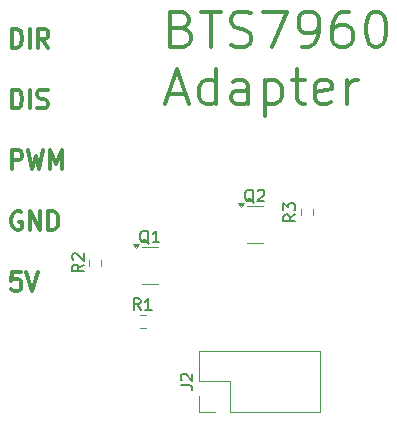
<source format=gbr>
%TF.GenerationSoftware,KiCad,Pcbnew,8.0.8*%
%TF.CreationDate,2025-02-23T10:11:50-08:00*%
%TF.ProjectId,bts7960 adapter,62747337-3936-4302-9061-646170746572,rev?*%
%TF.SameCoordinates,Original*%
%TF.FileFunction,Legend,Top*%
%TF.FilePolarity,Positive*%
%FSLAX46Y46*%
G04 Gerber Fmt 4.6, Leading zero omitted, Abs format (unit mm)*
G04 Created by KiCad (PCBNEW 8.0.8) date 2025-02-23 10:11:50*
%MOMM*%
%LPD*%
G01*
G04 APERTURE LIST*
%ADD10C,0.300000*%
%ADD11C,0.150000*%
%ADD12C,0.120000*%
G04 APERTURE END LIST*
D10*
X23628653Y-10106996D02*
X24057225Y-10249853D01*
X24057225Y-10249853D02*
X24200082Y-10392710D01*
X24200082Y-10392710D02*
X24342939Y-10678425D01*
X24342939Y-10678425D02*
X24342939Y-11106996D01*
X24342939Y-11106996D02*
X24200082Y-11392710D01*
X24200082Y-11392710D02*
X24057225Y-11535568D01*
X24057225Y-11535568D02*
X23771510Y-11678425D01*
X23771510Y-11678425D02*
X22628653Y-11678425D01*
X22628653Y-11678425D02*
X22628653Y-8678425D01*
X22628653Y-8678425D02*
X23628653Y-8678425D01*
X23628653Y-8678425D02*
X23914368Y-8821282D01*
X23914368Y-8821282D02*
X24057225Y-8964139D01*
X24057225Y-8964139D02*
X24200082Y-9249853D01*
X24200082Y-9249853D02*
X24200082Y-9535568D01*
X24200082Y-9535568D02*
X24057225Y-9821282D01*
X24057225Y-9821282D02*
X23914368Y-9964139D01*
X23914368Y-9964139D02*
X23628653Y-10106996D01*
X23628653Y-10106996D02*
X22628653Y-10106996D01*
X25200082Y-8678425D02*
X26914368Y-8678425D01*
X26057225Y-11678425D02*
X26057225Y-8678425D01*
X27771510Y-11535568D02*
X28200082Y-11678425D01*
X28200082Y-11678425D02*
X28914367Y-11678425D01*
X28914367Y-11678425D02*
X29200082Y-11535568D01*
X29200082Y-11535568D02*
X29342939Y-11392710D01*
X29342939Y-11392710D02*
X29485796Y-11106996D01*
X29485796Y-11106996D02*
X29485796Y-10821282D01*
X29485796Y-10821282D02*
X29342939Y-10535568D01*
X29342939Y-10535568D02*
X29200082Y-10392710D01*
X29200082Y-10392710D02*
X28914367Y-10249853D01*
X28914367Y-10249853D02*
X28342939Y-10106996D01*
X28342939Y-10106996D02*
X28057224Y-9964139D01*
X28057224Y-9964139D02*
X27914367Y-9821282D01*
X27914367Y-9821282D02*
X27771510Y-9535568D01*
X27771510Y-9535568D02*
X27771510Y-9249853D01*
X27771510Y-9249853D02*
X27914367Y-8964139D01*
X27914367Y-8964139D02*
X28057224Y-8821282D01*
X28057224Y-8821282D02*
X28342939Y-8678425D01*
X28342939Y-8678425D02*
X29057224Y-8678425D01*
X29057224Y-8678425D02*
X29485796Y-8821282D01*
X30485796Y-8678425D02*
X32485796Y-8678425D01*
X32485796Y-8678425D02*
X31200082Y-11678425D01*
X33771510Y-11678425D02*
X34342939Y-11678425D01*
X34342939Y-11678425D02*
X34628653Y-11535568D01*
X34628653Y-11535568D02*
X34771510Y-11392710D01*
X34771510Y-11392710D02*
X35057225Y-10964139D01*
X35057225Y-10964139D02*
X35200082Y-10392710D01*
X35200082Y-10392710D02*
X35200082Y-9249853D01*
X35200082Y-9249853D02*
X35057225Y-8964139D01*
X35057225Y-8964139D02*
X34914368Y-8821282D01*
X34914368Y-8821282D02*
X34628653Y-8678425D01*
X34628653Y-8678425D02*
X34057225Y-8678425D01*
X34057225Y-8678425D02*
X33771510Y-8821282D01*
X33771510Y-8821282D02*
X33628653Y-8964139D01*
X33628653Y-8964139D02*
X33485796Y-9249853D01*
X33485796Y-9249853D02*
X33485796Y-9964139D01*
X33485796Y-9964139D02*
X33628653Y-10249853D01*
X33628653Y-10249853D02*
X33771510Y-10392710D01*
X33771510Y-10392710D02*
X34057225Y-10535568D01*
X34057225Y-10535568D02*
X34628653Y-10535568D01*
X34628653Y-10535568D02*
X34914368Y-10392710D01*
X34914368Y-10392710D02*
X35057225Y-10249853D01*
X35057225Y-10249853D02*
X35200082Y-9964139D01*
X37771511Y-8678425D02*
X37200082Y-8678425D01*
X37200082Y-8678425D02*
X36914368Y-8821282D01*
X36914368Y-8821282D02*
X36771511Y-8964139D01*
X36771511Y-8964139D02*
X36485796Y-9392710D01*
X36485796Y-9392710D02*
X36342939Y-9964139D01*
X36342939Y-9964139D02*
X36342939Y-11106996D01*
X36342939Y-11106996D02*
X36485796Y-11392710D01*
X36485796Y-11392710D02*
X36628653Y-11535568D01*
X36628653Y-11535568D02*
X36914368Y-11678425D01*
X36914368Y-11678425D02*
X37485796Y-11678425D01*
X37485796Y-11678425D02*
X37771511Y-11535568D01*
X37771511Y-11535568D02*
X37914368Y-11392710D01*
X37914368Y-11392710D02*
X38057225Y-11106996D01*
X38057225Y-11106996D02*
X38057225Y-10392710D01*
X38057225Y-10392710D02*
X37914368Y-10106996D01*
X37914368Y-10106996D02*
X37771511Y-9964139D01*
X37771511Y-9964139D02*
X37485796Y-9821282D01*
X37485796Y-9821282D02*
X36914368Y-9821282D01*
X36914368Y-9821282D02*
X36628653Y-9964139D01*
X36628653Y-9964139D02*
X36485796Y-10106996D01*
X36485796Y-10106996D02*
X36342939Y-10392710D01*
X39914368Y-8678425D02*
X40200082Y-8678425D01*
X40200082Y-8678425D02*
X40485796Y-8821282D01*
X40485796Y-8821282D02*
X40628654Y-8964139D01*
X40628654Y-8964139D02*
X40771511Y-9249853D01*
X40771511Y-9249853D02*
X40914368Y-9821282D01*
X40914368Y-9821282D02*
X40914368Y-10535568D01*
X40914368Y-10535568D02*
X40771511Y-11106996D01*
X40771511Y-11106996D02*
X40628654Y-11392710D01*
X40628654Y-11392710D02*
X40485796Y-11535568D01*
X40485796Y-11535568D02*
X40200082Y-11678425D01*
X40200082Y-11678425D02*
X39914368Y-11678425D01*
X39914368Y-11678425D02*
X39628654Y-11535568D01*
X39628654Y-11535568D02*
X39485796Y-11392710D01*
X39485796Y-11392710D02*
X39342939Y-11106996D01*
X39342939Y-11106996D02*
X39200082Y-10535568D01*
X39200082Y-10535568D02*
X39200082Y-9821282D01*
X39200082Y-9821282D02*
X39342939Y-9249853D01*
X39342939Y-9249853D02*
X39485796Y-8964139D01*
X39485796Y-8964139D02*
X39628654Y-8821282D01*
X39628654Y-8821282D02*
X39914368Y-8678425D01*
X22485796Y-15651114D02*
X23914368Y-15651114D01*
X22200082Y-16508257D02*
X23200082Y-13508257D01*
X23200082Y-13508257D02*
X24200082Y-16508257D01*
X26485797Y-16508257D02*
X26485797Y-13508257D01*
X26485797Y-16365400D02*
X26200082Y-16508257D01*
X26200082Y-16508257D02*
X25628654Y-16508257D01*
X25628654Y-16508257D02*
X25342939Y-16365400D01*
X25342939Y-16365400D02*
X25200082Y-16222542D01*
X25200082Y-16222542D02*
X25057225Y-15936828D01*
X25057225Y-15936828D02*
X25057225Y-15079685D01*
X25057225Y-15079685D02*
X25200082Y-14793971D01*
X25200082Y-14793971D02*
X25342939Y-14651114D01*
X25342939Y-14651114D02*
X25628654Y-14508257D01*
X25628654Y-14508257D02*
X26200082Y-14508257D01*
X26200082Y-14508257D02*
X26485797Y-14651114D01*
X29200083Y-16508257D02*
X29200083Y-14936828D01*
X29200083Y-14936828D02*
X29057225Y-14651114D01*
X29057225Y-14651114D02*
X28771511Y-14508257D01*
X28771511Y-14508257D02*
X28200083Y-14508257D01*
X28200083Y-14508257D02*
X27914368Y-14651114D01*
X29200083Y-16365400D02*
X28914368Y-16508257D01*
X28914368Y-16508257D02*
X28200083Y-16508257D01*
X28200083Y-16508257D02*
X27914368Y-16365400D01*
X27914368Y-16365400D02*
X27771511Y-16079685D01*
X27771511Y-16079685D02*
X27771511Y-15793971D01*
X27771511Y-15793971D02*
X27914368Y-15508257D01*
X27914368Y-15508257D02*
X28200083Y-15365400D01*
X28200083Y-15365400D02*
X28914368Y-15365400D01*
X28914368Y-15365400D02*
X29200083Y-15222542D01*
X30628654Y-14508257D02*
X30628654Y-17508257D01*
X30628654Y-14651114D02*
X30914369Y-14508257D01*
X30914369Y-14508257D02*
X31485797Y-14508257D01*
X31485797Y-14508257D02*
X31771511Y-14651114D01*
X31771511Y-14651114D02*
X31914369Y-14793971D01*
X31914369Y-14793971D02*
X32057226Y-15079685D01*
X32057226Y-15079685D02*
X32057226Y-15936828D01*
X32057226Y-15936828D02*
X31914369Y-16222542D01*
X31914369Y-16222542D02*
X31771511Y-16365400D01*
X31771511Y-16365400D02*
X31485797Y-16508257D01*
X31485797Y-16508257D02*
X30914369Y-16508257D01*
X30914369Y-16508257D02*
X30628654Y-16365400D01*
X32914369Y-14508257D02*
X34057226Y-14508257D01*
X33342940Y-13508257D02*
X33342940Y-16079685D01*
X33342940Y-16079685D02*
X33485797Y-16365400D01*
X33485797Y-16365400D02*
X33771512Y-16508257D01*
X33771512Y-16508257D02*
X34057226Y-16508257D01*
X36200083Y-16365400D02*
X35914369Y-16508257D01*
X35914369Y-16508257D02*
X35342941Y-16508257D01*
X35342941Y-16508257D02*
X35057226Y-16365400D01*
X35057226Y-16365400D02*
X34914369Y-16079685D01*
X34914369Y-16079685D02*
X34914369Y-14936828D01*
X34914369Y-14936828D02*
X35057226Y-14651114D01*
X35057226Y-14651114D02*
X35342941Y-14508257D01*
X35342941Y-14508257D02*
X35914369Y-14508257D01*
X35914369Y-14508257D02*
X36200083Y-14651114D01*
X36200083Y-14651114D02*
X36342941Y-14936828D01*
X36342941Y-14936828D02*
X36342941Y-15222542D01*
X36342941Y-15222542D02*
X34914369Y-15508257D01*
X37628655Y-16508257D02*
X37628655Y-14508257D01*
X37628655Y-15079685D02*
X37771512Y-14793971D01*
X37771512Y-14793971D02*
X37914370Y-14651114D01*
X37914370Y-14651114D02*
X38200084Y-14508257D01*
X38200084Y-14508257D02*
X38485798Y-14508257D01*
X9234510Y-11731310D02*
X9234510Y-10131310D01*
X9234510Y-10131310D02*
X9591653Y-10131310D01*
X9591653Y-10131310D02*
X9805939Y-10207500D01*
X9805939Y-10207500D02*
X9948796Y-10359881D01*
X9948796Y-10359881D02*
X10020225Y-10512262D01*
X10020225Y-10512262D02*
X10091653Y-10817024D01*
X10091653Y-10817024D02*
X10091653Y-11045596D01*
X10091653Y-11045596D02*
X10020225Y-11350358D01*
X10020225Y-11350358D02*
X9948796Y-11502739D01*
X9948796Y-11502739D02*
X9805939Y-11655120D01*
X9805939Y-11655120D02*
X9591653Y-11731310D01*
X9591653Y-11731310D02*
X9234510Y-11731310D01*
X10734510Y-11731310D02*
X10734510Y-10131310D01*
X12305939Y-11731310D02*
X11805939Y-10969405D01*
X11448796Y-11731310D02*
X11448796Y-10131310D01*
X11448796Y-10131310D02*
X12020225Y-10131310D01*
X12020225Y-10131310D02*
X12163082Y-10207500D01*
X12163082Y-10207500D02*
X12234511Y-10283691D01*
X12234511Y-10283691D02*
X12305939Y-10436072D01*
X12305939Y-10436072D02*
X12305939Y-10664643D01*
X12305939Y-10664643D02*
X12234511Y-10817024D01*
X12234511Y-10817024D02*
X12163082Y-10893215D01*
X12163082Y-10893215D02*
X12020225Y-10969405D01*
X12020225Y-10969405D02*
X11448796Y-10969405D01*
X9234510Y-16883130D02*
X9234510Y-15283130D01*
X9234510Y-15283130D02*
X9591653Y-15283130D01*
X9591653Y-15283130D02*
X9805939Y-15359320D01*
X9805939Y-15359320D02*
X9948796Y-15511701D01*
X9948796Y-15511701D02*
X10020225Y-15664082D01*
X10020225Y-15664082D02*
X10091653Y-15968844D01*
X10091653Y-15968844D02*
X10091653Y-16197416D01*
X10091653Y-16197416D02*
X10020225Y-16502178D01*
X10020225Y-16502178D02*
X9948796Y-16654559D01*
X9948796Y-16654559D02*
X9805939Y-16806940D01*
X9805939Y-16806940D02*
X9591653Y-16883130D01*
X9591653Y-16883130D02*
X9234510Y-16883130D01*
X10734510Y-16883130D02*
X10734510Y-15283130D01*
X11377368Y-16806940D02*
X11591654Y-16883130D01*
X11591654Y-16883130D02*
X11948796Y-16883130D01*
X11948796Y-16883130D02*
X12091654Y-16806940D01*
X12091654Y-16806940D02*
X12163082Y-16730749D01*
X12163082Y-16730749D02*
X12234511Y-16578368D01*
X12234511Y-16578368D02*
X12234511Y-16425987D01*
X12234511Y-16425987D02*
X12163082Y-16273606D01*
X12163082Y-16273606D02*
X12091654Y-16197416D01*
X12091654Y-16197416D02*
X11948796Y-16121225D01*
X11948796Y-16121225D02*
X11663082Y-16045035D01*
X11663082Y-16045035D02*
X11520225Y-15968844D01*
X11520225Y-15968844D02*
X11448796Y-15892654D01*
X11448796Y-15892654D02*
X11377368Y-15740273D01*
X11377368Y-15740273D02*
X11377368Y-15587892D01*
X11377368Y-15587892D02*
X11448796Y-15435511D01*
X11448796Y-15435511D02*
X11520225Y-15359320D01*
X11520225Y-15359320D02*
X11663082Y-15283130D01*
X11663082Y-15283130D02*
X12020225Y-15283130D01*
X12020225Y-15283130D02*
X12234511Y-15359320D01*
X9234510Y-22034950D02*
X9234510Y-20434950D01*
X9234510Y-20434950D02*
X9805939Y-20434950D01*
X9805939Y-20434950D02*
X9948796Y-20511140D01*
X9948796Y-20511140D02*
X10020225Y-20587331D01*
X10020225Y-20587331D02*
X10091653Y-20739712D01*
X10091653Y-20739712D02*
X10091653Y-20968283D01*
X10091653Y-20968283D02*
X10020225Y-21120664D01*
X10020225Y-21120664D02*
X9948796Y-21196855D01*
X9948796Y-21196855D02*
X9805939Y-21273045D01*
X9805939Y-21273045D02*
X9234510Y-21273045D01*
X10591653Y-20434950D02*
X10948796Y-22034950D01*
X10948796Y-22034950D02*
X11234510Y-20892093D01*
X11234510Y-20892093D02*
X11520225Y-22034950D01*
X11520225Y-22034950D02*
X11877368Y-20434950D01*
X12448796Y-22034950D02*
X12448796Y-20434950D01*
X12448796Y-20434950D02*
X12948796Y-21577807D01*
X12948796Y-21577807D02*
X13448796Y-20434950D01*
X13448796Y-20434950D02*
X13448796Y-22034950D01*
X10020225Y-25662960D02*
X9877368Y-25586770D01*
X9877368Y-25586770D02*
X9663082Y-25586770D01*
X9663082Y-25586770D02*
X9448796Y-25662960D01*
X9448796Y-25662960D02*
X9305939Y-25815341D01*
X9305939Y-25815341D02*
X9234510Y-25967722D01*
X9234510Y-25967722D02*
X9163082Y-26272484D01*
X9163082Y-26272484D02*
X9163082Y-26501056D01*
X9163082Y-26501056D02*
X9234510Y-26805818D01*
X9234510Y-26805818D02*
X9305939Y-26958199D01*
X9305939Y-26958199D02*
X9448796Y-27110580D01*
X9448796Y-27110580D02*
X9663082Y-27186770D01*
X9663082Y-27186770D02*
X9805939Y-27186770D01*
X9805939Y-27186770D02*
X10020225Y-27110580D01*
X10020225Y-27110580D02*
X10091653Y-27034389D01*
X10091653Y-27034389D02*
X10091653Y-26501056D01*
X10091653Y-26501056D02*
X9805939Y-26501056D01*
X10734510Y-27186770D02*
X10734510Y-25586770D01*
X10734510Y-25586770D02*
X11591653Y-27186770D01*
X11591653Y-27186770D02*
X11591653Y-25586770D01*
X12305939Y-27186770D02*
X12305939Y-25586770D01*
X12305939Y-25586770D02*
X12663082Y-25586770D01*
X12663082Y-25586770D02*
X12877368Y-25662960D01*
X12877368Y-25662960D02*
X13020225Y-25815341D01*
X13020225Y-25815341D02*
X13091654Y-25967722D01*
X13091654Y-25967722D02*
X13163082Y-26272484D01*
X13163082Y-26272484D02*
X13163082Y-26501056D01*
X13163082Y-26501056D02*
X13091654Y-26805818D01*
X13091654Y-26805818D02*
X13020225Y-26958199D01*
X13020225Y-26958199D02*
X12877368Y-27110580D01*
X12877368Y-27110580D02*
X12663082Y-27186770D01*
X12663082Y-27186770D02*
X12305939Y-27186770D01*
X9948796Y-30738590D02*
X9234510Y-30738590D01*
X9234510Y-30738590D02*
X9163082Y-31500495D01*
X9163082Y-31500495D02*
X9234510Y-31424304D01*
X9234510Y-31424304D02*
X9377368Y-31348114D01*
X9377368Y-31348114D02*
X9734510Y-31348114D01*
X9734510Y-31348114D02*
X9877368Y-31424304D01*
X9877368Y-31424304D02*
X9948796Y-31500495D01*
X9948796Y-31500495D02*
X10020225Y-31652876D01*
X10020225Y-31652876D02*
X10020225Y-32033828D01*
X10020225Y-32033828D02*
X9948796Y-32186209D01*
X9948796Y-32186209D02*
X9877368Y-32262400D01*
X9877368Y-32262400D02*
X9734510Y-32338590D01*
X9734510Y-32338590D02*
X9377368Y-32338590D01*
X9377368Y-32338590D02*
X9234510Y-32262400D01*
X9234510Y-32262400D02*
X9163082Y-32186209D01*
X10448796Y-30738590D02*
X10948796Y-32338590D01*
X10948796Y-32338590D02*
X11448796Y-30738590D01*
D11*
X33204819Y-25854166D02*
X32728628Y-26187499D01*
X33204819Y-26425594D02*
X32204819Y-26425594D01*
X32204819Y-26425594D02*
X32204819Y-26044642D01*
X32204819Y-26044642D02*
X32252438Y-25949404D01*
X32252438Y-25949404D02*
X32300057Y-25901785D01*
X32300057Y-25901785D02*
X32395295Y-25854166D01*
X32395295Y-25854166D02*
X32538152Y-25854166D01*
X32538152Y-25854166D02*
X32633390Y-25901785D01*
X32633390Y-25901785D02*
X32681009Y-25949404D01*
X32681009Y-25949404D02*
X32728628Y-26044642D01*
X32728628Y-26044642D02*
X32728628Y-26425594D01*
X32204819Y-25520832D02*
X32204819Y-24901785D01*
X32204819Y-24901785D02*
X32585771Y-25235118D01*
X32585771Y-25235118D02*
X32585771Y-25092261D01*
X32585771Y-25092261D02*
X32633390Y-24997023D01*
X32633390Y-24997023D02*
X32681009Y-24949404D01*
X32681009Y-24949404D02*
X32776247Y-24901785D01*
X32776247Y-24901785D02*
X33014342Y-24901785D01*
X33014342Y-24901785D02*
X33109580Y-24949404D01*
X33109580Y-24949404D02*
X33157200Y-24997023D01*
X33157200Y-24997023D02*
X33204819Y-25092261D01*
X33204819Y-25092261D02*
X33204819Y-25377975D01*
X33204819Y-25377975D02*
X33157200Y-25473213D01*
X33157200Y-25473213D02*
X33109580Y-25520832D01*
X15304819Y-30099166D02*
X14828628Y-30432499D01*
X15304819Y-30670594D02*
X14304819Y-30670594D01*
X14304819Y-30670594D02*
X14304819Y-30289642D01*
X14304819Y-30289642D02*
X14352438Y-30194404D01*
X14352438Y-30194404D02*
X14400057Y-30146785D01*
X14400057Y-30146785D02*
X14495295Y-30099166D01*
X14495295Y-30099166D02*
X14638152Y-30099166D01*
X14638152Y-30099166D02*
X14733390Y-30146785D01*
X14733390Y-30146785D02*
X14781009Y-30194404D01*
X14781009Y-30194404D02*
X14828628Y-30289642D01*
X14828628Y-30289642D02*
X14828628Y-30670594D01*
X14400057Y-29718213D02*
X14352438Y-29670594D01*
X14352438Y-29670594D02*
X14304819Y-29575356D01*
X14304819Y-29575356D02*
X14304819Y-29337261D01*
X14304819Y-29337261D02*
X14352438Y-29242023D01*
X14352438Y-29242023D02*
X14400057Y-29194404D01*
X14400057Y-29194404D02*
X14495295Y-29146785D01*
X14495295Y-29146785D02*
X14590533Y-29146785D01*
X14590533Y-29146785D02*
X14733390Y-29194404D01*
X14733390Y-29194404D02*
X15304819Y-29765832D01*
X15304819Y-29765832D02*
X15304819Y-29146785D01*
X20110833Y-33954819D02*
X19777500Y-33478628D01*
X19539405Y-33954819D02*
X19539405Y-32954819D01*
X19539405Y-32954819D02*
X19920357Y-32954819D01*
X19920357Y-32954819D02*
X20015595Y-33002438D01*
X20015595Y-33002438D02*
X20063214Y-33050057D01*
X20063214Y-33050057D02*
X20110833Y-33145295D01*
X20110833Y-33145295D02*
X20110833Y-33288152D01*
X20110833Y-33288152D02*
X20063214Y-33383390D01*
X20063214Y-33383390D02*
X20015595Y-33431009D01*
X20015595Y-33431009D02*
X19920357Y-33478628D01*
X19920357Y-33478628D02*
X19539405Y-33478628D01*
X21063214Y-33954819D02*
X20491786Y-33954819D01*
X20777500Y-33954819D02*
X20777500Y-32954819D01*
X20777500Y-32954819D02*
X20682262Y-33097676D01*
X20682262Y-33097676D02*
X20587024Y-33192914D01*
X20587024Y-33192914D02*
X20491786Y-33240533D01*
X29697261Y-24850057D02*
X29602023Y-24802438D01*
X29602023Y-24802438D02*
X29506785Y-24707200D01*
X29506785Y-24707200D02*
X29363928Y-24564342D01*
X29363928Y-24564342D02*
X29268690Y-24516723D01*
X29268690Y-24516723D02*
X29173452Y-24516723D01*
X29221071Y-24754819D02*
X29125833Y-24707200D01*
X29125833Y-24707200D02*
X29030595Y-24611961D01*
X29030595Y-24611961D02*
X28982976Y-24421485D01*
X28982976Y-24421485D02*
X28982976Y-24088152D01*
X28982976Y-24088152D02*
X29030595Y-23897676D01*
X29030595Y-23897676D02*
X29125833Y-23802438D01*
X29125833Y-23802438D02*
X29221071Y-23754819D01*
X29221071Y-23754819D02*
X29411547Y-23754819D01*
X29411547Y-23754819D02*
X29506785Y-23802438D01*
X29506785Y-23802438D02*
X29602023Y-23897676D01*
X29602023Y-23897676D02*
X29649642Y-24088152D01*
X29649642Y-24088152D02*
X29649642Y-24421485D01*
X29649642Y-24421485D02*
X29602023Y-24611961D01*
X29602023Y-24611961D02*
X29506785Y-24707200D01*
X29506785Y-24707200D02*
X29411547Y-24754819D01*
X29411547Y-24754819D02*
X29221071Y-24754819D01*
X30030595Y-23850057D02*
X30078214Y-23802438D01*
X30078214Y-23802438D02*
X30173452Y-23754819D01*
X30173452Y-23754819D02*
X30411547Y-23754819D01*
X30411547Y-23754819D02*
X30506785Y-23802438D01*
X30506785Y-23802438D02*
X30554404Y-23850057D01*
X30554404Y-23850057D02*
X30602023Y-23945295D01*
X30602023Y-23945295D02*
X30602023Y-24040533D01*
X30602023Y-24040533D02*
X30554404Y-24183390D01*
X30554404Y-24183390D02*
X29982976Y-24754819D01*
X29982976Y-24754819D02*
X30602023Y-24754819D01*
X20807261Y-28320057D02*
X20712023Y-28272438D01*
X20712023Y-28272438D02*
X20616785Y-28177200D01*
X20616785Y-28177200D02*
X20473928Y-28034342D01*
X20473928Y-28034342D02*
X20378690Y-27986723D01*
X20378690Y-27986723D02*
X20283452Y-27986723D01*
X20331071Y-28224819D02*
X20235833Y-28177200D01*
X20235833Y-28177200D02*
X20140595Y-28081961D01*
X20140595Y-28081961D02*
X20092976Y-27891485D01*
X20092976Y-27891485D02*
X20092976Y-27558152D01*
X20092976Y-27558152D02*
X20140595Y-27367676D01*
X20140595Y-27367676D02*
X20235833Y-27272438D01*
X20235833Y-27272438D02*
X20331071Y-27224819D01*
X20331071Y-27224819D02*
X20521547Y-27224819D01*
X20521547Y-27224819D02*
X20616785Y-27272438D01*
X20616785Y-27272438D02*
X20712023Y-27367676D01*
X20712023Y-27367676D02*
X20759642Y-27558152D01*
X20759642Y-27558152D02*
X20759642Y-27891485D01*
X20759642Y-27891485D02*
X20712023Y-28081961D01*
X20712023Y-28081961D02*
X20616785Y-28177200D01*
X20616785Y-28177200D02*
X20521547Y-28224819D01*
X20521547Y-28224819D02*
X20331071Y-28224819D01*
X21712023Y-28224819D02*
X21140595Y-28224819D01*
X21426309Y-28224819D02*
X21426309Y-27224819D01*
X21426309Y-27224819D02*
X21331071Y-27367676D01*
X21331071Y-27367676D02*
X21235833Y-27462914D01*
X21235833Y-27462914D02*
X21140595Y-27510533D01*
X23504819Y-40333333D02*
X24219104Y-40333333D01*
X24219104Y-40333333D02*
X24361961Y-40380952D01*
X24361961Y-40380952D02*
X24457200Y-40476190D01*
X24457200Y-40476190D02*
X24504819Y-40619047D01*
X24504819Y-40619047D02*
X24504819Y-40714285D01*
X23600057Y-39904761D02*
X23552438Y-39857142D01*
X23552438Y-39857142D02*
X23504819Y-39761904D01*
X23504819Y-39761904D02*
X23504819Y-39523809D01*
X23504819Y-39523809D02*
X23552438Y-39428571D01*
X23552438Y-39428571D02*
X23600057Y-39380952D01*
X23600057Y-39380952D02*
X23695295Y-39333333D01*
X23695295Y-39333333D02*
X23790533Y-39333333D01*
X23790533Y-39333333D02*
X23933390Y-39380952D01*
X23933390Y-39380952D02*
X24504819Y-39952380D01*
X24504819Y-39952380D02*
X24504819Y-39333333D01*
D12*
%TO.C,R3*%
X33657500Y-25942224D02*
X33657500Y-25432776D01*
X34702500Y-25942224D02*
X34702500Y-25432776D01*
%TO.C,R2*%
X15757500Y-30187224D02*
X15757500Y-29677776D01*
X16802500Y-30187224D02*
X16802500Y-29677776D01*
%TO.C,R1*%
X20022776Y-34407500D02*
X20532224Y-34407500D01*
X20022776Y-35452500D02*
X20532224Y-35452500D01*
%TO.C,Q2*%
X29792500Y-25140000D02*
X29142500Y-25140000D01*
X29792500Y-25140000D02*
X30442500Y-25140000D01*
X29792500Y-28260000D02*
X29142500Y-28260000D01*
X29792500Y-28260000D02*
X30442500Y-28260000D01*
X28630000Y-25190000D02*
X28390000Y-24860000D01*
X28870000Y-24860000D01*
X28630000Y-25190000D01*
G36*
X28630000Y-25190000D02*
G01*
X28390000Y-24860000D01*
X28870000Y-24860000D01*
X28630000Y-25190000D01*
G37*
%TO.C,Q1*%
X20902500Y-28610000D02*
X20252500Y-28610000D01*
X20902500Y-28610000D02*
X21552500Y-28610000D01*
X20902500Y-31730000D02*
X20252500Y-31730000D01*
X20902500Y-31730000D02*
X21552500Y-31730000D01*
X19740000Y-28660000D02*
X19500000Y-28330000D01*
X19980000Y-28330000D01*
X19740000Y-28660000D01*
G36*
X19740000Y-28660000D02*
G01*
X19500000Y-28330000D01*
X19980000Y-28330000D01*
X19740000Y-28660000D01*
G37*
%TO.C,J2*%
X25050000Y-42600000D02*
X25050000Y-41270000D01*
X26380000Y-42600000D02*
X25050000Y-42600000D01*
X27650000Y-42600000D02*
X35330000Y-42600000D01*
X27650000Y-42600000D02*
X27650000Y-40000000D01*
X35330000Y-42600000D02*
X35330000Y-37400000D01*
X25050000Y-40000000D02*
X25050000Y-37400000D01*
X27650000Y-40000000D02*
X25050000Y-40000000D01*
X25050000Y-37400000D02*
X35330000Y-37400000D01*
%TD*%
M02*

</source>
